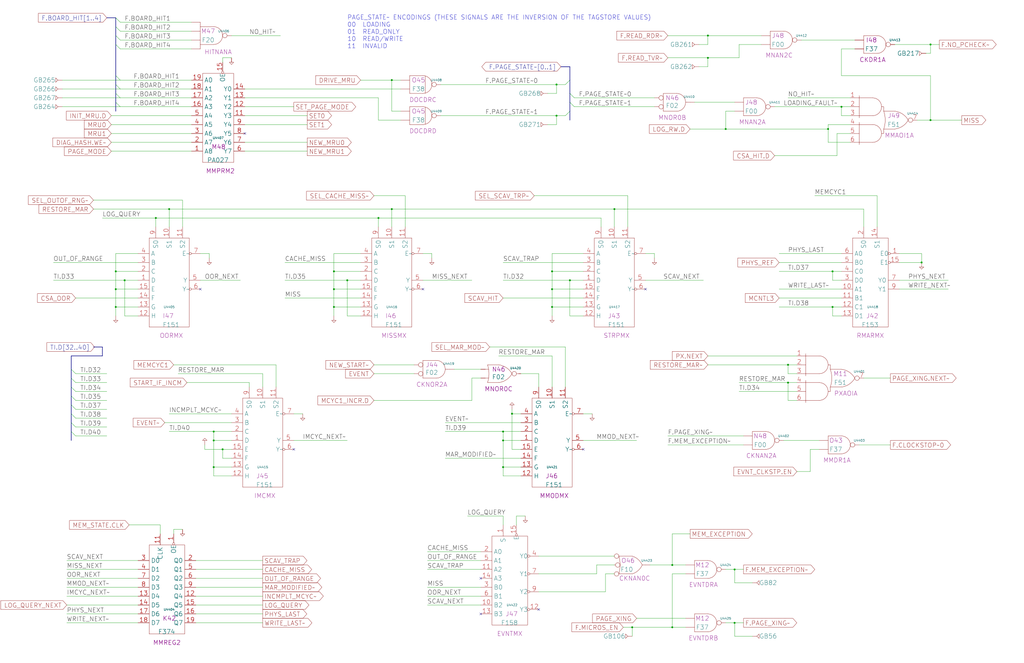
<source format=kicad_sch>
(kicad_sch (version 20221206) (generator eeschema)
  (paper "User" 584.2 378.46)
  (title_block (title "MEMORY WRITE MONITOR") (date "20-MAR-90") (rev "1.0") (comment 1 "FIU") (comment 2 "232-003065") (comment 3 "S400") (comment 4 "RELEASED"))
  (junction (at 314.96 175.26))
  (junction (at 360.68 358.14))
  (junction (at 383.54 322.58))
  (junction (at 474.98 154.94))
  (junction (at 314.96 154.94))
  (junction (at 530.86 68.58))
  (junction (at 121.92 246.38))
  (junction (at 190.5 154.94))
  (junction (at 121.92 266.7))
  (junction (at 314.96 165.1))
  (junction (at 317.5 66.04))
  (junction (at 66.04 175.26))
  (junction (at 474.98 175.26))
  (junction (at 419.1 325.12))
  (junction (at 287.02 251.46))
  (junction (at 403.86 20.32))
  (junction (at 96.52 119.38))
  (junction (at 88.9 124.46))
  (junction (at 223.52 119.38))
  (junction (at 190.5 165.1))
  (junction (at 472.44 73.66))
  (junction (at 287.02 266.7))
  (junction (at 530.86 25.4))
  (junction (at 449.58 218.44))
  (junction (at 223.52 45.72))
  (junction (at 325.12 160.02))
  (junction (at 480.06 60.96))
  (junction (at 198.12 160.02))
  (junction (at 66.04 154.94))
  (junction (at 403.86 33.02))
  (junction (at 215.9 124.46))
  (junction (at 121.92 251.46))
  (junction (at 525.78 149.86))
  (junction (at 66.04 165.1))
  (junction (at 317.5 48.26))
  (junction (at 419.1 355.6))
  (junction (at 414.02 73.66))
  (junction (at 292.1 236.22))
  (junction (at 449.58 208.28))
  (junction (at 383.54 358.14))
  (junction (at 287.02 246.38))
  (junction (at 71.12 160.02))
  (junction (at 127 256.54))
  (junction (at 350.52 119.38))
  (junction (at 190.5 175.26))
  (no_connect (at 114.3 165.1))
  (no_connect (at 274.32 350.52))
  (no_connect (at 332.74 256.54))
  (no_connect (at 307.34 347.98))
  (no_connect (at 368.3 165.1))
  (no_connect (at 274.32 330.2))
  (no_connect (at 241.3 165.1))
  (no_connect (at 139.7 76.2))
  (no_connect (at 167.64 256.54))
  (bus_entry (at 325.12 63.5) (size -2.54 2.54))
  (bus_entry (at 325.12 58.42) (size 2.54 2.54))
  (bus_entry (at 40.64 220.98) (size 2.54 2.54))
  (bus_entry (at 66.04 58.42) (size 2.54 2.54))
  (bus_entry (at 66.04 15.24) (size 2.54 2.54))
  (bus_entry (at 66.04 48.26) (size 2.54 2.54))
  (bus_entry (at 40.64 226.06) (size 2.54 2.54))
  (bus_entry (at 66.04 10.16) (size 2.54 2.54))
  (bus_entry (at 40.64 231.14) (size 2.54 2.54))
  (bus_entry (at 40.64 210.82) (size 2.54 2.54))
  (bus_entry (at 40.64 241.3) (size 2.54 2.54))
  (bus_entry (at 66.04 53.34) (size 2.54 2.54))
  (bus_entry (at 325.12 53.34) (size 2.54 2.54))
  (bus_entry (at 40.64 236.22) (size 2.54 2.54))
  (bus_entry (at 40.64 246.38) (size 2.54 2.54))
  (bus_entry (at 66.04 20.32) (size 2.54 2.54))
  (bus_entry (at 66.04 43.18) (size 2.54 2.54))
  (bus_entry (at 40.64 215.9) (size 2.54 2.54))
  (bus_entry (at 66.04 25.4) (size 2.54 2.54))
  (bus_entry (at 325.12 45.72) (size -2.54 2.54))
  (wire (pts (xy 142.24 220.98) (xy 142.24 218.44)))
  (wire (pts (xy 190.5 175.26) (xy 205.74 175.26)))
  (wire (pts (xy 383.54 327.66) (xy 383.54 358.14)))
  (wire (pts (xy 307.34 317.5) (xy 350.52 317.5)))
  (wire (pts (xy 414.02 63.5) (xy 414.02 73.66)))
  (wire (pts (xy 350.52 119.38) (xy 223.52 119.38)))
  (wire (pts (xy 231.14 129.54) (xy 231.14 111.76)))
  (wire (pts (xy 332.74 236.22) (xy 337.82 236.22)))
  (wire (pts (xy 287.02 246.38) (xy 297.18 246.38)))
  (wire (pts (xy 419.1 355.6) (xy 424.18 355.6)))
  (wire (pts (xy 350.52 327.66) (xy 345.44 327.66)))
  (wire (pts (xy 68.58 50.8) (xy 109.22 50.8)))
  (wire (pts (xy 492.76 129.54) (xy 492.76 119.38)))
  (wire (pts (xy 381 254) (xy 424.18 254)))
  (wire (pts (xy 474.98 175.26) (xy 480.06 175.26)))
  (wire (pts (xy 121.92 266.7) (xy 132.08 266.7)))
  (wire (pts (xy 462.28 256.54) (xy 462.28 269.24)))
  (wire (pts (xy 322.58 220.98) (xy 322.58 198.12)))
  (wire (pts (xy 190.5 165.1) (xy 205.74 165.1)))
  (wire (pts (xy 167.64 251.46) (xy 198.12 251.46)))
  (wire (pts (xy 530.86 68.58) (xy 548.64 68.58)))
  (wire (pts (xy 111.76 350.52) (xy 149.86 350.52)))
  (wire (pts (xy 162.56 160.02) (xy 198.12 160.02)))
  (wire (pts (xy 363.22 353.06) (xy 391.16 353.06)))
  (wire (pts (xy 513.08 160.02) (xy 541.02 160.02)))
  (wire (pts (xy 485.14 76.2) (xy 477.52 76.2)))
  (wire (pts (xy 480.06 160.02) (xy 474.98 160.02)))
  (bus (pts (xy 66.04 48.26) (xy 66.04 53.34)))
  (wire (pts (xy 414.02 325.12) (xy 419.1 325.12)))
  (wire (pts (xy 287.02 266.7) (xy 297.18 266.7)))
  (wire (pts (xy 127 261.62) (xy 127 256.54)))
  (wire (pts (xy 513.08 144.78) (xy 525.78 144.78)))
  (wire (pts (xy 358.14 111.76) (xy 304.8 111.76)))
  (wire (pts (xy 530.86 25.4) (xy 530.86 30.48)))
  (wire (pts (xy 510.54 25.4) (xy 530.86 25.4)))
  (wire (pts (xy 314.96 220.98) (xy 314.96 203.2)))
  (wire (pts (xy 449.58 228.6) (xy 449.58 218.44)))
  (wire (pts (xy 381 248.92) (xy 424.18 248.92)))
  (wire (pts (xy 104.14 114.3) (xy 53.34 114.3)))
  (wire (pts (xy 71.12 180.34) (xy 71.12 160.02)))
  (wire (pts (xy 35.56 45.72) (xy 68.58 45.72)))
  (wire (pts (xy 421.64 223.52) (xy 454.66 223.52)))
  (wire (pts (xy 525.78 144.78) (xy 525.78 149.86)))
  (wire (pts (xy 96.52 246.38) (xy 121.92 246.38)))
  (wire (pts (xy 314.96 154.94) (xy 314.96 165.1)))
  (wire (pts (xy 68.58 55.88) (xy 109.22 55.88)))
  (wire (pts (xy 294.64 294.64) (xy 299.72 294.64)))
  (wire (pts (xy 190.5 154.94) (xy 190.5 165.1)))
  (wire (pts (xy 444.5 149.86) (xy 480.06 149.86)))
  (wire (pts (xy 243.84 320.04) (xy 274.32 320.04)))
  (wire (pts (xy 530.86 68.58) (xy 530.86 43.18)))
  (wire (pts (xy 38.1 355.6) (xy 78.74 355.6)))
  (wire (pts (xy 121.92 251.46) (xy 121.92 246.38)))
  (wire (pts (xy 43.18 218.44) (xy 60.96 218.44)))
  (wire (pts (xy 35.56 55.88) (xy 68.58 55.88)))
  (wire (pts (xy 287.02 170.18) (xy 332.74 170.18)))
  (bus (pts (xy 40.64 241.3) (xy 40.64 246.38)))
  (wire (pts (xy 454.66 213.36) (xy 449.58 213.36)))
  (wire (pts (xy 66.04 154.94) (xy 78.74 154.94)))
  (wire (pts (xy 63.5 76.2) (xy 109.22 76.2)))
  (wire (pts (xy 360.68 358.14) (xy 360.68 363.22)))
  (wire (pts (xy 88.9 124.46) (xy 58.42 124.46)))
  (wire (pts (xy 419.1 325.12) (xy 424.18 325.12)))
  (wire (pts (xy 307.34 213.36) (xy 297.18 213.36)))
  (wire (pts (xy 162.56 149.86) (xy 205.74 149.86)))
  (wire (pts (xy 317.5 66.04) (xy 322.58 66.04)))
  (wire (pts (xy 198.12 160.02) (xy 205.74 160.02)))
  (wire (pts (xy 421.64 218.44) (xy 449.58 218.44)))
  (wire (pts (xy 373.38 147.32) (xy 373.38 144.78)))
  (bus (pts (xy 40.64 231.14) (xy 40.64 236.22)))
  (wire (pts (xy 167.64 236.22) (xy 172.72 236.22)))
  (wire (pts (xy 35.56 50.8) (xy 68.58 50.8)))
  (wire (pts (xy 139.7 71.12) (xy 175.26 71.12)))
  (bus (pts (xy 40.64 203.2) (xy 40.64 210.82)))
  (wire (pts (xy 104.14 302.26) (xy 99.06 302.26)))
  (wire (pts (xy 121.92 271.78) (xy 121.92 266.7)))
  (wire (pts (xy 297.18 271.78) (xy 287.02 271.78)))
  (wire (pts (xy 43.18 248.92) (xy 60.96 248.92)))
  (wire (pts (xy 444.5 154.94) (xy 474.98 154.94)))
  (wire (pts (xy 297.18 256.54) (xy 292.1 256.54)))
  (wire (pts (xy 205.74 45.72) (xy 223.52 45.72)))
  (wire (pts (xy 523.24 68.58) (xy 530.86 68.58)))
  (wire (pts (xy 414.02 73.66) (xy 393.7 73.66)))
  (wire (pts (xy 314.96 165.1) (xy 314.96 175.26)))
  (wire (pts (xy 274.32 215.9) (xy 269.24 215.9)))
  (wire (pts (xy 492.76 215.9) (xy 508 215.9)))
  (wire (pts (xy 391.16 327.66) (xy 383.54 327.66)))
  (wire (pts (xy 111.76 320.04) (xy 149.86 320.04)))
  (wire (pts (xy 314.96 203.2) (xy 284.48 203.2)))
  (wire (pts (xy 317.5 71.12) (xy 317.5 66.04)))
  (wire (pts (xy 38.1 350.52) (xy 78.74 350.52)))
  (wire (pts (xy 243.84 340.36) (xy 274.32 340.36)))
  (wire (pts (xy 345.44 337.82) (xy 307.34 337.82)))
  (wire (pts (xy 307.34 220.98) (xy 307.34 213.36)))
  (wire (pts (xy 500.38 129.54) (xy 500.38 111.76)))
  (wire (pts (xy 292.1 233.68) (xy 292.1 236.22)))
  (wire (pts (xy 205.74 180.34) (xy 198.12 180.34)))
  (wire (pts (xy 111.76 325.12) (xy 149.86 325.12)))
  (wire (pts (xy 449.58 55.88) (xy 485.14 55.88)))
  (wire (pts (xy 43.18 228.6) (xy 60.96 228.6)))
  (bus (pts (xy 40.64 226.06) (xy 40.64 231.14)))
  (wire (pts (xy 96.52 119.38) (xy 53.34 119.38)))
  (wire (pts (xy 429.26 332.74) (xy 419.1 332.74)))
  (wire (pts (xy 66.04 165.1) (xy 66.04 175.26)))
  (wire (pts (xy 213.36 213.36) (xy 236.22 213.36)))
  (bus (pts (xy 66.04 58.42) (xy 66.04 63.5)))
  (wire (pts (xy 68.58 12.7) (xy 109.22 12.7)))
  (wire (pts (xy 485.14 81.28) (xy 472.44 81.28)))
  (wire (pts (xy 480.06 180.34) (xy 474.98 180.34)))
  (wire (pts (xy 157.48 220.98) (xy 157.48 208.28)))
  (wire (pts (xy 68.58 45.72) (xy 109.22 45.72)))
  (wire (pts (xy 111.76 345.44) (xy 149.86 345.44)))
  (bus (pts (xy 40.64 210.82) (xy 40.64 215.9)))
  (wire (pts (xy 139.7 66.04) (xy 175.26 66.04)))
  (wire (pts (xy 332.74 144.78) (xy 314.96 144.78)))
  (wire (pts (xy 132.08 261.62) (xy 127 261.62)))
  (wire (pts (xy 38.1 325.12) (xy 78.74 325.12)))
  (wire (pts (xy 259.08 210.82) (xy 274.32 210.82)))
  (wire (pts (xy 403.86 208.28) (xy 449.58 208.28)))
  (wire (pts (xy 68.58 27.94) (xy 109.22 27.94)))
  (wire (pts (xy 314.96 144.78) (xy 314.96 154.94)))
  (wire (pts (xy 480.06 43.18) (xy 480.06 27.94)))
  (wire (pts (xy 317.5 53.34) (xy 317.5 48.26)))
  (wire (pts (xy 287.02 299.72) (xy 287.02 294.64)))
  (wire (pts (xy 190.5 165.1) (xy 190.5 175.26)))
  (bus (pts (xy 325.12 38.1) (xy 325.12 45.72)))
  (wire (pts (xy 78.74 180.34) (xy 71.12 180.34)))
  (wire (pts (xy 340.36 327.66) (xy 307.34 327.66)))
  (wire (pts (xy 121.92 251.46) (xy 132.08 251.46)))
  (wire (pts (xy 403.86 38.1) (xy 403.86 33.02)))
  (wire (pts (xy 190.5 175.26) (xy 190.5 180.34)))
  (wire (pts (xy 66.04 144.78) (xy 66.04 154.94)))
  (wire (pts (xy 314.96 175.26) (xy 332.74 175.26)))
  (wire (pts (xy 215.9 129.54) (xy 215.9 124.46)))
  (wire (pts (xy 111.76 355.6) (xy 149.86 355.6)))
  (wire (pts (xy 513.08 165.1) (xy 541.02 165.1)))
  (wire (pts (xy 43.18 170.18) (xy 78.74 170.18)))
  (wire (pts (xy 231.14 111.76) (xy 213.36 111.76)))
  (wire (pts (xy 477.52 88.9) (xy 441.96 88.9)))
  (wire (pts (xy 355.6 358.14) (xy 360.68 358.14)))
  (wire (pts (xy 287.02 251.46) (xy 297.18 251.46)))
  (wire (pts (xy 292.1 236.22) (xy 292.1 256.54)))
  (wire (pts (xy 317.5 48.26) (xy 322.58 48.26)))
  (wire (pts (xy 398.78 38.1) (xy 403.86 38.1)))
  (wire (pts (xy 419.1 363.22) (xy 419.1 355.6)))
  (bus (pts (xy 58.42 203.2) (xy 58.42 198.12)))
  (wire (pts (xy 246.38 144.78) (xy 246.38 147.32)))
  (wire (pts (xy 530.86 43.18) (xy 480.06 43.18)))
  (wire (pts (xy 485.14 71.12) (xy 472.44 71.12)))
  (wire (pts (xy 132.08 271.78) (xy 121.92 271.78)))
  (wire (pts (xy 63.5 71.12) (xy 109.22 71.12)))
  (wire (pts (xy 223.52 119.38) (xy 96.52 119.38)))
  (wire (pts (xy 457.2 22.86) (xy 487.68 22.86)))
  (wire (pts (xy 116.84 256.54) (xy 116.84 254)))
  (wire (pts (xy 190.5 144.78) (xy 190.5 154.94)))
  (wire (pts (xy 66.04 175.26) (xy 78.74 175.26)))
  (wire (pts (xy 332.74 251.46) (xy 363.22 251.46)))
  (wire (pts (xy 66.04 165.1) (xy 78.74 165.1)))
  (wire (pts (xy 383.54 304.8) (xy 383.54 322.58)))
  (wire (pts (xy 111.76 330.2) (xy 149.86 330.2)))
  (wire (pts (xy 444.5 165.1) (xy 480.06 165.1)))
  (wire (pts (xy 414.02 355.6) (xy 419.1 355.6)))
  (wire (pts (xy 121.92 246.38) (xy 132.08 246.38)))
  (wire (pts (xy 368.3 144.78) (xy 373.38 144.78)))
  (wire (pts (xy 38.1 320.04) (xy 78.74 320.04)))
  (wire (pts (xy 287.02 266.7) (xy 287.02 251.46)))
  (wire (pts (xy 449.58 218.44) (xy 454.66 218.44)))
  (wire (pts (xy 269.24 228.6) (xy 213.36 228.6)))
  (wire (pts (xy 43.18 238.76) (xy 60.96 238.76)))
  (wire (pts (xy 127 33.02) (xy 127 35.56)))
  (wire (pts (xy 190.5 154.94) (xy 205.74 154.94)))
  (bus (pts (xy 40.64 203.2) (xy 58.42 203.2)))
  (wire (pts (xy 162.56 170.18) (xy 205.74 170.18)))
  (wire (pts (xy 111.76 335.28) (xy 149.86 335.28)))
  (wire (pts (xy 66.04 175.26) (xy 66.04 180.34)))
  (wire (pts (xy 325.12 160.02) (xy 332.74 160.02)))
  (wire (pts (xy 215.9 124.46) (xy 342.9 124.46)))
  (wire (pts (xy 314.96 175.26) (xy 314.96 180.34)))
  (wire (pts (xy 241.3 160.02) (xy 269.24 160.02)))
  (bus (pts (xy 325.12 63.5) (xy 325.12 68.58)))
  (wire (pts (xy 68.58 60.96) (xy 109.22 60.96)))
  (wire (pts (xy 381 20.32) (xy 403.86 20.32)))
  (wire (pts (xy 96.52 129.54) (xy 96.52 119.38)))
  (wire (pts (xy 43.18 243.84) (xy 60.96 243.84)))
  (wire (pts (xy 403.86 203.2) (xy 454.66 203.2)))
  (bus (pts (xy 320.04 38.1) (xy 325.12 38.1)))
  (wire (pts (xy 370.84 322.58) (xy 383.54 322.58)))
  (wire (pts (xy 157.48 208.28) (xy 99.06 208.28)))
  (wire (pts (xy 528.32 30.48) (xy 530.86 30.48)))
  (wire (pts (xy 393.7 304.8) (xy 383.54 304.8)))
  (wire (pts (xy 472.44 71.12) (xy 472.44 73.66)))
  (wire (pts (xy 500.38 111.76) (xy 464.82 111.76)))
  (wire (pts (xy 43.18 223.52) (xy 60.96 223.52)))
  (wire (pts (xy 490.22 254) (xy 508 254)))
  (wire (pts (xy 38.1 330.2) (xy 78.74 330.2)))
  (wire (pts (xy 213.36 208.28) (xy 236.22 208.28)))
  (wire (pts (xy 269.24 215.9) (xy 269.24 228.6)))
  (wire (pts (xy 421.64 25.4) (xy 421.64 33.02)))
  (wire (pts (xy 342.9 129.54) (xy 342.9 124.46)))
  (wire (pts (xy 139.7 81.28) (xy 175.26 81.28)))
  (bus (pts (xy 66.04 10.16) (xy 66.04 15.24)))
  (wire (pts (xy 480.06 60.96) (xy 485.14 60.96)))
  (bus (pts (xy 66.04 43.18) (xy 66.04 48.26)))
  (wire (pts (xy 106.68 218.44) (xy 142.24 218.44)))
  (wire (pts (xy 38.1 335.28) (xy 78.74 335.28)))
  (wire (pts (xy 477.52 76.2) (xy 477.52 88.9)))
  (wire (pts (xy 228.6 68.58) (xy 215.9 68.58)))
  (wire (pts (xy 287.02 160.02) (xy 325.12 160.02)))
  (wire (pts (xy 101.6 213.36) (xy 149.86 213.36)))
  (wire (pts (xy 350.52 129.54) (xy 350.52 119.38)))
  (bus (pts (xy 66.04 25.4) (xy 66.04 43.18)))
  (wire (pts (xy 513.08 149.86) (xy 525.78 149.86)))
  (wire (pts (xy 472.44 73.66) (xy 414.02 73.66)))
  (wire (pts (xy 383.54 358.14) (xy 391.16 358.14)))
  (wire (pts (xy 205.74 144.78) (xy 190.5 144.78)))
  (wire (pts (xy 474.98 180.34) (xy 474.98 175.26)))
  (wire (pts (xy 241.3 144.78) (xy 246.38 144.78)))
  (bus (pts (xy 66.04 15.24) (xy 66.04 20.32)))
  (wire (pts (xy 30.48 160.02) (xy 71.12 160.02)))
  (wire (pts (xy 139.7 60.96) (xy 167.64 60.96)))
  (wire (pts (xy 340.36 322.58) (xy 340.36 327.66)))
  (wire (pts (xy 132.08 256.54) (xy 127 256.54)))
  (bus (pts (xy 40.64 215.9) (xy 40.64 220.98)))
  (wire (pts (xy 480.06 27.94) (xy 487.68 27.94)))
  (bus (pts (xy 40.64 236.22) (xy 40.64 241.3)))
  (wire (pts (xy 254 241.3) (xy 297.18 241.3)))
  (wire (pts (xy 462.28 269.24) (xy 454.66 269.24)))
  (wire (pts (xy 114.3 144.78) (xy 119.38 144.78)))
  (wire (pts (xy 215.9 68.58) (xy 215.9 55.88)))
  (wire (pts (xy 444.5 144.78) (xy 480.06 144.78)))
  (wire (pts (xy 447.04 251.46) (xy 467.36 251.46)))
  (wire (pts (xy 287.02 149.86) (xy 332.74 149.86)))
  (wire (pts (xy 43.18 233.68) (xy 60.96 233.68)))
  (wire (pts (xy 30.48 149.86) (xy 78.74 149.86)))
  (wire (pts (xy 314.96 165.1) (xy 332.74 165.1)))
  (wire (pts (xy 287.02 294.64) (xy 266.7 294.64)))
  (wire (pts (xy 63.5 66.04) (xy 109.22 66.04)))
  (bus (pts (xy 325.12 58.42) (xy 325.12 63.5)))
  (wire (pts (xy 68.58 22.86) (xy 109.22 22.86)))
  (wire (pts (xy 99.06 302.26) (xy 99.06 304.8)))
  (wire (pts (xy 474.98 160.02) (xy 474.98 154.94)))
  (wire (pts (xy 88.9 129.54) (xy 88.9 124.46)))
  (wire (pts (xy 91.44 304.8) (xy 91.44 299.72)))
  (wire (pts (xy 332.74 180.34) (xy 325.12 180.34)))
  (bus (pts (xy 40.64 220.98) (xy 40.64 226.06)))
  (wire (pts (xy 474.98 154.94) (xy 480.06 154.94)))
  (wire (pts (xy 91.44 299.72) (xy 73.66 299.72)))
  (wire (pts (xy 327.66 60.96) (xy 373.38 60.96)))
  (wire (pts (xy 251.46 66.04) (xy 317.5 66.04)))
  (wire (pts (xy 88.9 124.46) (xy 215.9 124.46)))
  (wire (pts (xy 119.38 144.78) (xy 119.38 147.32)))
  (wire (pts (xy 223.52 119.38) (xy 223.52 129.54)))
  (wire (pts (xy 96.52 236.22) (xy 132.08 236.22)))
  (wire (pts (xy 254 246.38) (xy 287.02 246.38)))
  (wire (pts (xy 383.54 322.58) (xy 391.16 322.58)))
  (bus (pts (xy 53.34 198.12) (xy 58.42 198.12)))
  (wire (pts (xy 287.02 251.46) (xy 287.02 246.38)))
  (wire (pts (xy 132.08 20.32) (xy 160.02 20.32)))
  (bus (pts (xy 40.64 246.38) (xy 40.64 251.46)))
  (wire (pts (xy 429.26 363.22) (xy 419.1 363.22)))
  (wire (pts (xy 63.5 86.36) (xy 109.22 86.36)))
  (wire (pts (xy 243.84 345.44) (xy 274.32 345.44)))
  (wire (pts (xy 441.96 60.96) (xy 480.06 60.96)))
  (wire (pts (xy 198.12 180.34) (xy 198.12 160.02)))
  (wire (pts (xy 139.7 50.8) (xy 228.6 50.8)))
  (wire (pts (xy 530.86 25.4) (xy 535.94 25.4)))
  (wire (pts (xy 63.5 81.28) (xy 109.22 81.28)))
  (wire (pts (xy 454.66 228.6) (xy 449.58 228.6)))
  (wire (pts (xy 43.18 213.36) (xy 60.96 213.36)))
  (bus (pts (xy 325.12 53.34) (xy 325.12 58.42)))
  (wire (pts (xy 312.42 53.34) (xy 317.5 53.34)))
  (wire (pts (xy 449.58 208.28) (xy 454.66 208.28)))
  (wire (pts (xy 139.7 86.36) (xy 175.26 86.36)))
  (wire (pts (xy 485.14 66.04) (xy 480.06 66.04)))
  (wire (pts (xy 243.84 335.28) (xy 274.32 335.28)))
  (wire (pts (xy 492.76 119.38) (xy 350.52 119.38)))
  (wire (pts (xy 66.04 154.94) (xy 66.04 165.1)))
  (wire (pts (xy 294.64 299.72) (xy 294.64 294.64)))
  (wire (pts (xy 114.3 160.02) (xy 137.16 160.02)))
  (wire (pts (xy 228.6 63.5) (xy 223.52 63.5)))
  (wire (pts (xy 472.44 81.28) (xy 472.44 73.66)))
  (wire (pts (xy 132.08 33.02) (xy 127 33.02)))
  (wire (pts (xy 345.44 327.66) (xy 345.44 337.82)))
  (wire (pts (xy 111.76 340.36) (xy 149.86 340.36)))
  (wire (pts (xy 38.1 340.36) (xy 78.74 340.36)))
  (wire (pts (xy 444.5 170.18) (xy 480.06 170.18)))
  (wire (pts (xy 68.58 17.78) (xy 109.22 17.78)))
  (wire (pts (xy 467.36 256.54) (xy 462.28 256.54)))
  (wire (pts (xy 292.1 236.22) (xy 297.18 236.22)))
  (wire (pts (xy 223.52 45.72) (xy 228.6 45.72)))
  (wire (pts (xy 403.86 33.02) (xy 421.64 33.02)))
  (wire (pts (xy 327.66 55.88) (xy 373.38 55.88)))
  (wire (pts (xy 243.84 325.12) (xy 274.32 325.12)))
  (bus (pts (xy 60.96 10.16) (xy 66.04 10.16)))
  (wire (pts (xy 480.06 66.04) (xy 480.06 60.96)))
  (wire (pts (xy 350.52 322.58) (xy 340.36 322.58)))
  (wire (pts (xy 149.86 220.98) (xy 149.86 213.36)))
  (wire (pts (xy 215.9 55.88) (xy 139.7 55.88)))
  (wire (pts (xy 325.12 180.34) (xy 325.12 160.02)))
  (wire (pts (xy 358.14 129.54) (xy 358.14 111.76)))
  (wire (pts (xy 398.78 25.4) (xy 403.86 25.4)))
  (wire (pts (xy 368.3 160.02) (xy 401.32 160.02)))
  (wire (pts (xy 251.46 48.26) (xy 317.5 48.26)))
  (wire (pts (xy 449.58 213.36) (xy 449.58 208.28)))
  (wire (pts (xy 419.1 332.74) (xy 419.1 325.12)))
  (wire (pts (xy 360.68 358.14) (xy 383.54 358.14)))
  (wire (pts (xy 403.86 25.4) (xy 403.86 20.32)))
  (wire (pts (xy 243.84 314.96) (xy 274.32 314.96)))
  (wire (pts (xy 104.14 129.54) (xy 104.14 114.3)))
  (bus (pts (xy 66.04 20.32) (xy 66.04 25.4)))
  (wire (pts (xy 419.1 63.5) (xy 414.02 63.5)))
  (wire (pts (xy 127 256.54) (xy 116.84 256.54)))
  (wire (pts (xy 287.02 271.78) (xy 287.02 266.7)))
  (wire (pts (xy 223.52 63.5) (xy 223.52 45.72)))
  (wire (pts (xy 403.86 20.32) (xy 434.34 20.32)))
  (wire (pts (xy 434.34 25.4) (xy 421.64 25.4)))
  (wire (pts (xy 121.92 266.7) (xy 121.92 251.46)))
  (wire (pts (xy 396.24 58.42) (xy 419.1 58.42)))
  (wire (pts (xy 35.56 60.96) (xy 68.58 60.96)))
  (wire (pts (xy 312.42 71.12) (xy 317.5 71.12)))
  (wire (pts (xy 254 261.62) (xy 297.18 261.62)))
  (wire (pts (xy 444.5 175.26) (xy 474.98 175.26)))
  (wire (pts (xy 93.98 241.3) (xy 132.08 241.3)))
  (bus (pts (xy 325.12 45.72) (xy 325.12 53.34)))
  (wire (pts (xy 314.96 154.94) (xy 332.74 154.94)))
  (wire (pts (xy 38.1 345.44) (xy 78.74 345.44)))
  (wire (pts (xy 322.58 198.12) (xy 279.4 198.12)))
  (wire (pts (xy 381 33.02) (xy 403.86 33.02)))
  (bus (pts (xy 66.04 53.34) (xy 66.04 58.42)))
  (wire (pts (xy 71.12 160.02) (xy 78.74 160.02)))
  (wire (pts (xy 78.74 144.78) (xy 66.04 144.78)))
  (text "PAGE_STATE~ ENCODINGS (THESE SIGNALS ARE THE INVERSION OF THE TAGSTORE VALUES)\n00  LOADING\n01  READ_ONLY\n10  READ/WRITE\n11  INVALID" (at 198.12 27.94 0) (effects (font (size 2.54 2.54)) (justify left bottom)))
  (label "TI.D32" (at 45.72 213.36 0) (effects (font (size 2.54 2.54))))
  (label "TI.D34" (at 45.72 223.52 0) (effects (font (size 2.54 2.54))))
  (label "IMCYC_NEXT~" (at 172.72 251.46 0) (effects (font (size 2.54 2.54))))
  (label "TI.D35" (at 45.72 228.6 0) (effects (font (size 2.54 2.54))))
  (label "MISS" (at 243.84 335.28 0) (effects (font (size 2.54 2.54))))
  (label "SCAV_NEXT" (at 38.1 320.04 0) (effects (font (size 2.54 2.54))))
  (label "SCAV_TRAP" (at 287.02 149.86 0) (effects (font (size 2.54 2.54))))
  (label "TI.D40" (at 96.52 246.38 0) (effects (font (size 2.54 2.54))))
  (label "MMOD_NEXT~" (at 340.36 251.46 0) (effects (font (size 2.54 2.54))))
  (label "TI.D33" (at 30.48 160.02 0) (effects (font (size 2.54 2.54))))
  (label "OOR_NEXT" (at 116.84 160.02 0) (effects (font (size 2.54 2.54))))
  (label "F.MEM_EXCEPTION~" (at 381 254 0) (effects (font (size 2.54 2.54))))
  (label "F.PAGE_STATE~1" (at 330.2 60.96 0) (effects (font (size 2.54 2.54))))
  (label "EVENT~" (at 254 241.3 0) (effects (font (size 2.54 2.54))))
  (label "F.BOARD_HIT3" (at 76.2 55.88 0) (effects (font (size 2.54 2.54))))
  (label "F.BOARD_HIT3" (at 71.12 22.86 0) (effects (font (size 2.54 2.54))))
  (label "TI.D38" (at 449.58 175.26 0) (effects (font (size 2.54 2.54))))
  (label "SCAV_TRAP" (at 243.84 325.12 0) (effects (font (size 2.54 2.54))))
  (label "TI.D35" (at 162.56 160.02 0) (effects (font (size 2.54 2.54))))
  (label "WRITE_NEXT~" (at 38.1 355.6 0) (effects (font (size 2.54 2.54))))
  (label "F.PAGE_STATE~0" (at 330.2 55.88 0) (effects (font (size 2.54 2.54))))
  (label "LOADING_FAULT~" (at 447.04 60.96 0) (effects (font (size 2.54 2.54))))
  (label "NO_HIT~" (at 142.24 20.32 0) (effects (font (size 2.54 2.54))))
  (label "OOR_NEXT" (at 38.1 330.2 0) (effects (font (size 2.54 2.54))))
  (label "MAR_MODIFIED~" (at 254 261.62 0) (effects (font (size 2.54 2.54))))
  (label "TI.D38" (at 45.72 238.76 0) (effects (font (size 2.54 2.54))))
  (label "SCAV_NEXT" (at 243.84 345.44 0) (effects (font (size 2.54 2.54))))
  (label "LOG_QUERY" (at 266.7 294.64 0) (effects (font (size 2.54 2.54))))
  (label "RESTORE_MAR" (at 101.6 213.36 0) (effects (font (size 2.54 2.54))))
  (label "F.BOARD_HIT1" (at 76.2 45.72 0) (effects (font (size 2.54 2.54))))
  (label "NO_HIT~" (at 449.58 55.88 0) (effects (font (size 2.54 2.54))))
  (label "OUT_OF_RANGE" (at 30.48 149.86 0) (effects (font (size 2.54 2.54))))
  (label "CACHE_MISS" (at 162.56 149.86 0) (effects (font (size 2.54 2.54))))
  (label "PHYS_LAST" (at 449.58 144.78 0) (effects (font (size 2.54 2.54))))
  (label "PHYS_NEXT" (at 518.16 160.02 0) (effects (font (size 2.54 2.54))))
  (label "MMOD_NEXT~" (at 38.1 335.28 0) (effects (font (size 2.54 2.54))))
  (label "OOR_NEXT" (at 243.84 340.36 0) (effects (font (size 2.54 2.54))))
  (label "INCMPLT_MCYC~" (at 96.52 236.22 0) (effects (font (size 2.54 2.54))))
  (label "MISS" (at 162.56 170.18 0) (effects (font (size 2.54 2.54))))
  (label "F.PAGE_STATE~1" (at 276.86 66.04 0) (effects (font (size 2.54 2.54))))
  (label "WRITE_NEXT~" (at 518.16 165.1 0) (effects (font (size 2.54 2.54))))
  (label "TI.D39" (at 45.72 243.84 0) (effects (font (size 2.54 2.54))))
  (label "MISS_NEXT" (at 38.1 325.12 0) (effects (font (size 2.54 2.54))))
  (label "TI.D33" (at 45.72 218.44 0) (effects (font (size 2.54 2.54))))
  (label "TI.D32" (at 287.02 160.02 0) (effects (font (size 2.54 2.54))))
  (label "F.BOARD_HIT4" (at 76.2 60.96 0) (effects (font (size 2.54 2.54))))
  (label "PHYS_NEXT" (at 38.1 350.52 0) (effects (font (size 2.54 2.54))))
  (label "RESTORE_MAR" (at 284.48 203.2 0) (effects (font (size 2.54 2.54))))
  (label "OUT_OF_RANGE" (at 243.84 320.04 0) (effects (font (size 2.54 2.54))))
  (label "CACHE_MISS" (at 243.84 314.96 0) (effects (font (size 2.54 2.54))))
  (label "LOG_QUERY" (at 58.42 124.46 0) (effects (font (size 2.54 2.54))))
  (label "F.BOARD_HIT2" (at 76.2 50.8 0) (effects (font (size 2.54 2.54))))
  (label "F.PAGE_STATE~0" (at 276.86 48.26 0) (effects (font (size 2.54 2.54))))
  (label "F.BOARD_HIT2" (at 71.12 17.78 0) (effects (font (size 2.54 2.54))))
  (label "F.BOARD_HIT1" (at 71.12 12.7 0) (effects (font (size 2.54 2.54))))
  (label "TI.D34" (at 421.64 223.52 0) (effects (font (size 2.54 2.54))))
  (label "RESTORE_MAR" (at 421.64 218.44 0) (effects (font (size 2.54 2.54))))
  (label "TI.D40" (at 45.72 248.92 0) (effects (font (size 2.54 2.54))))
  (label "TI.D39" (at 254 246.38 0) (effects (font (size 2.54 2.54))))
  (label "TI.D37" (at 45.72 233.68 0) (effects (font (size 2.54 2.54))))
  (label "F.BOARD_HIT4" (at 71.12 27.94 0) (effects (font (size 2.54 2.54))))
  (label "TI.D37" (at 449.58 154.94 0) (effects (font (size 2.54 2.54))))
  (label "F.PAGE_XING~" (at 381 248.92 0) (effects (font (size 2.54 2.54))))
  (label "MEMCYC1" (at 464.82 111.76 0) (effects (font (size 2.54 2.54))))
  (label "MISS_NEXT" (at 246.38 160.02 0) (effects (font (size 2.54 2.54))))
  (label "SCAV_NEXT" (at 378.46 160.02 0) (effects (font (size 2.54 2.54))))
  (label "WRITE_LAST~" (at 449.58 165.1 0) (effects (font (size 2.54 2.54))))
  (label "IMCYC_NEXT~" (at 38.1 340.36 0) (effects (font (size 2.54 2.54))))
  (global_label "WRITE_LAST~" (shape output) (at 149.86 355.6 0) (effects (font (size 2.54 2.54))) (property "Intersheetrefs" "${INTERSHEET_REFS}" (at 177.9089 355.4413 0) (effects (font (size 1.905 1.905)) (justify left))))
  (global_label "NEW_MRU0" (shape output) (at 175.26 81.28 0) (effects (font (size 2.54 2.54))) (property "Intersheetrefs" "${INTERSHEET_REFS}" (at 200.406 81.1213 0) (effects (font (size 1.905 1.905)) (justify left))))
  (global_label "SEL_OUTOF_RNG~" (shape input) (at 53.34 114.3 180) (effects (font (size 2.54 2.54))) (property "Intersheetrefs" "${INTERSHEET_REFS}" (at 16.2197 114.1413 0) (effects (font (size 1.905 1.905)) (justify right))))
  (global_label "PHYS_LAST" (shape output) (at 149.86 350.52 0) (effects (font (size 2.54 2.54))) (property "Intersheetrefs" "${INTERSHEET_REFS}" (at 175.006 350.3613 0) (effects (font (size 1.905 1.905)) (justify left))))
  (global_label "MISS" (shape output) (at 548.64 68.58 0) (effects (font (size 2.54 2.54))) (property "Intersheetrefs" "${INTERSHEET_REFS}" (at 562.4165 68.4213 0) (effects (font (size 1.905 1.905)) (justify left))))
  (global_label "F.MICROS_EN" (shape input) (at 355.6 358.14 180) (effects (font (size 2.54 2.54))) (property "Intersheetrefs" "${INTERSHEET_REFS}" (at 326.2207 357.9813 0) (effects (font (size 1.905 1.905)) (justify right))))
  (global_label "SET1" (shape output) (at 175.26 71.12 0) (effects (font (size 2.54 2.54))) (property "Intersheetrefs" "${INTERSHEET_REFS}" (at 189.1574 70.9613 0) (effects (font (size 1.905 1.905)) (justify left))))
  (global_label "SEL_SCAV_TRP~" (shape input) (at 304.8 111.76 180) (effects (font (size 2.54 2.54))) (property "Intersheetrefs" "${INTERSHEET_REFS}" (at 271.1873 111.6013 0) (effects (font (size 1.905 1.905)) (justify right))))
  (global_label "NEW_MRU1" (shape output) (at 175.26 86.36 0) (effects (font (size 2.54 2.54))) (property "Intersheetrefs" "${INTERSHEET_REFS}" (at 200.406 86.2013 0) (effects (font (size 1.905 1.905)) (justify left))))
  (global_label "INIT_MRU.D" (shape input) (at 63.5 66.04 180) (effects (font (size 2.54 2.54))) (property "Intersheetrefs" "${INTERSHEET_REFS}" (at 37.8702 65.8813 0) (effects (font (size 1.905 1.905)) (justify right))))
  (global_label "PHYS_REF" (shape input) (at 444.5 149.86 180) (effects (font (size 2.54 2.54))) (property "Intersheetrefs" "${INTERSHEET_REFS}" (at 420.9264 149.7013 0) (effects (font (size 1.905 1.905)) (justify right))))
  (global_label "INCMPLT_MCYC~" (shape output) (at 149.86 340.36 0) (effects (font (size 2.54 2.54))) (property "Intersheetrefs" "${INTERSHEET_REFS}" (at 184.4403 340.2013 0) (effects (font (size 1.905 1.905)) (justify left))))
  (global_label "MRU0" (shape input) (at 63.5 71.12 180) (effects (font (size 2.54 2.54))) (property "Intersheetrefs" "${INTERSHEET_REFS}" (at 48.1511 70.9613 0) (effects (font (size 1.905 1.905)) (justify right))))
  (global_label "F.PAGE_STATE~[0..1]" (shape bidirectional) (at 320.04 38.1 180) (effects (font (size 2.54 2.54))) (property "Intersheetrefs" "${INTERSHEET_REFS}" (at 277.114 37.9413 0) (effects (font (size 1.905 1.905)) (justify right))))
  (global_label "MAR_MODIFIED~" (shape output) (at 149.86 335.28 0) (effects (font (size 2.54 2.54))) (property "Intersheetrefs" "${INTERSHEET_REFS}" (at 183.5936 335.1213 0) (effects (font (size 1.905 1.905)) (justify left))))
  (global_label "F.READ_TVR~" (shape input) (at 381 33.02 180) (effects (font (size 2.54 2.54))) (property "Intersheetrefs" "${INTERSHEET_REFS}" (at 352.8302 32.8613 0) (effects (font (size 1.905 1.905)) (justify right))))
  (global_label "EVNT_CLKSTP.EN" (shape input) (at 454.66 269.24 180) (effects (font (size 2.54 2.54))) (property "Intersheetrefs" "${INTERSHEET_REFS}" (at 418.6283 269.0813 0) (effects (font (size 1.905 1.905)) (justify right))))
  (global_label "EVENT~" (shape input) (at 93.98 241.3 180) (effects (font (size 2.54 2.54))) (property "Intersheetrefs" "${INTERSHEET_REFS}" (at 75.9702 241.1413 0) (effects (font (size 1.905 1.905)) (justify right))))
  (global_label "MRU1" (shape input) (at 63.5 76.2 180) (effects (font (size 2.54 2.54))) (property "Intersheetrefs" "${INTERSHEET_REFS}" (at 48.1511 76.0413 0) (effects (font (size 1.905 1.905)) (justify right))))
  (global_label "SEL_MAR_MOD~" (shape input) (at 279.4 198.12 180) (effects (font (size 2.54 2.54))) (property "Intersheetrefs" "${INTERSHEET_REFS}" (at 246.3921 197.9613 0) (effects (font (size 1.905 1.905)) (justify right))))
  (global_label "MEM_STATE.CLK" (shape input) (at 73.66 299.72 180) (effects (font (size 2.54 2.54))) (property "Intersheetrefs" "${INTERSHEET_REFS}" (at 39.6845 299.5613 0) (effects (font (size 1.905 1.905)) (justify right))))
  (global_label "SET_PAGE_MODE" (shape output) (at 167.64 60.96 0) (effects (font (size 2.54 2.54))) (property "Intersheetrefs" "${INTERSHEET_REFS}" (at 202.946 60.8013 0) (effects (font (size 1.905 1.905)) (justify left))))
  (global_label "SCAV_TRAP" (shape output) (at 149.86 320.04 0) (effects (font (size 2.54 2.54))) (property "Intersheetrefs" "${INTERSHEET_REFS}" (at 175.127 319.8813 0) (effects (font (size 1.905 1.905)) (justify left))))
  (global_label "MEMCYC1" (shape input) (at 99.06 208.28 180) (effects (font (size 2.54 2.54))) (property "Intersheetrefs" "${INTERSHEET_REFS}" (at 76.454 208.1213 0) (effects (font (size 1.905 1.905)) (justify right))))
  (global_label "MEM_EXCEPTION" (shape output) (at 393.7 304.8 0) (effects (font (size 2.54 2.54))) (property "Intersheetrefs" "${INTERSHEET_REFS}" (at 429.127 304.6413 0) (effects (font (size 1.905 1.905)) (justify left))))
  (global_label "F.MEM_EXCEPTION~" (shape output) (at 424.18 325.12 0) (effects (font (size 2.54 2.54))) (property "Intersheetrefs" "${INTERSHEET_REFS}" (at 464.8079 324.9613 0) (effects (font (size 1.905 1.905)) (justify left))))
  (global_label "F.BOARD_HIT[1..4]" (shape input) (at 60.96 10.16 180) (effects (font (size 2.54 2.54))) (property "Intersheetrefs" "${INTERSHEET_REFS}" (at 21.9045 10.0013 0) (effects (font (size 1.905 1.905)) (justify right))))
  (global_label "DIAG_HASH.WE~" (shape input) (at 63.5 81.28 180) (effects (font (size 2.54 2.54))) (property "Intersheetrefs" "${INTERSHEET_REFS}" (at 30.1292 81.1213 0) (effects (font (size 1.905 1.905)) (justify right))))
  (global_label "MCNTL3" (shape input) (at 444.5 170.18 180) (effects (font (size 2.54 2.54))) (property "Intersheetrefs" "${INTERSHEET_REFS}" (at 425.1597 170.0213 0) (effects (font (size 1.905 1.905)) (justify right))))
  (global_label "TI.D[32..40]" (shape input) (at 53.9885 198.12 180) (effects (font (size 2.54 2.54))) (property "Intersheetrefs" "${INTERSHEET_REFS}" (at 26.7863 197.9613 0) (effects (font (size 1.905 1.905)) (justify right))))
  (global_label "F.CLOCKSTOP~0" (shape output) (at 508 254 0) (effects (font (size 2.54 2.54))) (property "Intersheetrefs" "${INTERSHEET_REFS}" (at 542.3384 253.8413 0) (effects (font (size 1.905 1.905)) (justify left))))
  (global_label "PAGE_MODE" (shape input) (at 63.5 86.36 180) (effects (font (size 2.54 2.54))) (property "Intersheetrefs" "${INTERSHEET_REFS}" (at 36.7816 86.2013 0) (effects (font (size 1.905 1.905)) (justify right))))
  (global_label "LOG_RW.D" (shape input) (at 393.7 73.66 180) (effects (font (size 2.54 2.54))) (property "Intersheetrefs" "${INTERSHEET_REFS}" (at 370.4892 73.5013 0) (effects (font (size 1.905 1.905)) (justify right))))
  (global_label "CSA_OOR" (shape input) (at 43.18 170.18 180) (effects (font (size 2.54 2.54))) (property "Intersheetrefs" "${INTERSHEET_REFS}" (at 21.4207 170.0213 0) (effects (font (size 1.905 1.905)) (justify right))))
  (global_label "F.NO_PCHECK~" (shape output) (at 535.94 25.4 0) (effects (font (size 2.54 2.54))) (property "Intersheetrefs" "${INTERSHEET_REFS}" (at 568.3431 25.2413 0) (effects (font (size 1.905 1.905)) (justify left))))
  (global_label "SET0" (shape output) (at 175.26 66.04 0) (effects (font (size 2.54 2.54))) (property "Intersheetrefs" "${INTERSHEET_REFS}" (at 189.1574 65.8813 0) (effects (font (size 1.905 1.905)) (justify left))))
  (global_label "MCYC1_INCR.D" (shape input) (at 213.36 228.6 180) (effects (font (size 2.54 2.54))) (property "Intersheetrefs" "${INTERSHEET_REFS}" (at 181.3197 228.4413 0) (effects (font (size 1.905 1.905)) (justify right))))
  (global_label "RESTORE_MAR" (shape input) (at 53.34 119.38 180) (effects (font (size 2.54 2.54))) (property "Intersheetrefs" "${INTERSHEET_REFS}" (at 22.2673 119.2213 0) (effects (font (size 1.905 1.905)) (justify right))))
  (global_label "EVENT" (shape input) (at 213.36 213.36 180) (effects (font (size 2.54 2.54))) (property "Intersheetrefs" "${INTERSHEET_REFS}" (at 197.1645 213.2013 0) (effects (font (size 1.905 1.905)) (justify right))))
  (global_label "START_IF_INCM" (shape input) (at 106.68 218.44 180) (effects (font (size 2.54 2.54))) (property "Intersheetrefs" "${INTERSHEET_REFS}" (at 74.2769 218.2813 0) (effects (font (size 1.905 1.905)) (justify right))))
  (global_label "CSA_HIT.D" (shape input) (at 441.96 88.9 180) (effects (font (size 2.54 2.54))) (property "Intersheetrefs" "${INTERSHEET_REFS}" (at 418.5073 88.7413 0) (effects (font (size 1.905 1.905)) (justify right))))
  (global_label "LOG_QUERY_NEXT" (shape input) (at 38.1 345.44 180) (effects (font (size 2.54 2.54))) (property "Intersheetrefs" "${INTERSHEET_REFS}" (at 0.4959 345.2813 0) (effects (font (size 1.905 1.905)) (justify right))))
  (global_label "OUT_OF_RANGE" (shape output) (at 149.86 330.2 0) (effects (font (size 2.54 2.54))) (property "Intersheetrefs" "${INTERSHEET_REFS}" (at 182.8679 330.0413 0) (effects (font (size 1.905 1.905)) (justify left))))
  (global_label "RESTORE_MAR~" (shape input) (at 403.86 208.28 180) (effects (font (size 2.54 2.54))) (property "Intersheetrefs" "${INTERSHEET_REFS}" (at 370.973 208.1213 0) (effects (font (size 1.905 1.905)) (justify right))))
  (global_label "NEW_START~" (shape input) (at 213.36 208.28 180) (effects (font (size 2.54 2.54))) (property "Intersheetrefs" "${INTERSHEET_REFS}" (at 185.9159 208.1213 0) (effects (font (size 1.905 1.905)) (justify right))))
  (global_label "LOG_QUERY" (shape output) (at 149.86 345.44 0) (effects (font (size 2.54 2.54))) (property "Intersheetrefs" "${INTERSHEET_REFS}" (at 176.2155 345.2813 0) (effects (font (size 1.905 1.905)) (justify left))))
  (global_label "SCAV_HIT" (shape input) (at 287.02 170.18 180) (effects (font (size 2.54 2.54))) (property "Intersheetrefs" "${INTERSHEET_REFS}" (at 265.1397 170.0213 0) (effects (font (size 1.905 1.905)) (justify right))))
  (global_label "F.PAGE_XING~" (shape output) (at 424.18 355.6 0) (effects (font (size 2.54 2.54))) (property "Intersheetrefs" "${INTERSHEET_REFS}" (at 454.527 355.4413 0) (effects (font (size 1.905 1.905)) (justify left))))
  (global_label "CACHE_MISS" (shape output) (at 149.86 325.12 0) (effects (font (size 2.54 2.54))) (property "Intersheetrefs" "${INTERSHEET_REFS}" (at 177.7879 324.9613 0) (effects (font (size 1.905 1.905)) (justify left))))
  (global_label "DRIVE_MRU" (shape input) (at 205.74 45.72 180) (effects (font (size 2.54 2.54))) (property "Intersheetrefs" "${INTERSHEET_REFS}" (at 180.1102 45.5613 0) (effects (font (size 1.905 1.905)) (justify right))))
  (global_label "F.READ_RDR~" (shape input) (at 381 20.32 180) (effects (font (size 2.54 2.54))) (property "Intersheetrefs" "${INTERSHEET_REFS}" (at 351.8626 20.1613 0) (effects (font (size 1.905 1.905)) (justify right))))
  (global_label "SEL_CACHE_MISS~" (shape input) (at 213.36 111.76 180) (effects (font (size 2.54 2.54))) (property "Intersheetrefs" "${INTERSHEET_REFS}" (at 174.9092 111.6013 0) (effects (font (size 1.905 1.905)) (justify right))))
  (global_label "PAGE_XING.NEXT~" (shape output) (at 508 215.9 0) (effects (font (size 2.54 2.54))) (property "Intersheetrefs" "${INTERSHEET_REFS}" (at 545.4831 215.7413 0) (effects (font (size 1.905 1.905)) (justify left))))
  (global_label "PAGE_XING" (shape input) (at 363.22 353.06 180) (effects (font (size 2.54 2.54))) (property "Intersheetrefs" "${INTERSHEET_REFS}" (at 338.074 352.9013 0) (effects (font (size 1.905 1.905)) (justify right))))
  (global_label "PX.NEXT" (shape input) (at 403.86 203.2 180) (effects (font (size 2.54 2.54))) (property "Intersheetrefs" "${INTERSHEET_REFS}" (at 383.5521 203.0413 0) (effects (font (size 1.905 1.905)) (justify right))))
  (symbol (lib_id "r1000:F10") (at 355.6 320.04 0) (unit 1) (convert 2)
    (property "Reference" "U4423" (at 368.935 320.04 0))
    (property "Value" "F10" (at 361.315 325.12 0) (effects (font (size 2.54 2.54)) (justify right)))
    (property "Location" "O46" (at 354.33 320.04 0) (effects (font (size 2.54 2.54)) (justify left)))
    (property "Name" "CKNAN0C" (at 353.06 330.2 0) (effects (font (size 2.54 2.54)) (justify left)))
  )
  (symbol (lib_id "r1000:F38") (at 236.22 66.04 0) (unit 1)
    (property "Reference" "U4409" (at 248.92 63.5 0))
    (property "Value" "F38" (at 238.76 68.58 0) (effects (font (size 2.54 2.54))))
    (property "Location" "O45" (at 238.76 63.5 0) (effects (font (size 2.54 2.54))))
    (property "Name" "DOCDRD" (at 241.3 76.2 0) (effects (font (size 2.54 2.54)) (justify bottom)))
  )
  (symbol (lib_id "r1000:F151") (at 312.42 271.78 0) (unit 1)
    (property "Reference" "U4421" (at 314.96 266.7 0))
    (property "Value" "F151" (at 311.15 276.86 0) (effects (font (size 2.54 2.54)) (justify left)))
    (property "Location" "J46" (at 311.15 271.78 0) (effects (font (size 2.54 2.54)) (justify left)))
    (property "Name" "MMODMX" (at 316.23 284.48 0) (effects (font (size 2.54 2.54)) (justify bottom)))
  )
  (symbol (lib_id "r1000:GB") (at 35.56 55.88 0) (mirror y) (unit 1)
    (property "Reference" "GB267" (at 31.75 55.88 0) (effects (font (size 2.54 2.54)) (justify left)))
    (property "Value" "GB" (effects hide))
  )
  (symbol (lib_id "r1000:F20") (at 119.38 20.32 0) (unit 1)
    (property "Reference" "U4406" (at 127.635 17.78 0))
    (property "Value" "F20" (at 118.745 22.86 0) (effects (font (size 2.54 2.54))))
    (property "Location" "M47" (at 118.745 17.78 0) (effects (font (size 2.54 2.54))))
    (property "Name" "HITNANA" (at 124.46 31.115 0) (effects (font (size 2.54 2.54)) (justify bottom)))
  )
  (symbol (lib_id "r1000:GB") (at 312.42 71.12 0) (mirror y) (unit 1)
    (property "Reference" "GB271" (at 308.61 71.12 0) (effects (font (size 2.54 2.54)) (justify left)))
    (property "Value" "GB" (effects hide))
  )
  (symbol (lib_id "r1000:PU") (at 116.84 254 0) (unit 1)
    (property "Reference" "#PWR04403" (effects hide))
    (property "Value" "PU" (effects hide))
  )
  (symbol (lib_id "r1000:PD") (at 104.14 302.26 0) (unit 1) (in_bom no)
    (property "Reference" "#PWR0208" (effects hide))
    (property "Value" "PD" (effects hide))
  )
  (symbol (lib_id "r1000:GB") (at 312.42 53.34 0) (mirror y) (unit 1)
    (property "Reference" "GB268" (at 308.61 53.34 0) (effects (font (size 2.54 2.54)) (justify left)))
    (property "Value" "GB" (effects hide))
  )
  (symbol (lib_id "r1000:F37") (at 474.98 251.46 0) (unit 1)
    (property "Reference" "U4403" (at 490.22 251.46 0))
    (property "Value" "F37" (at 476.885 256.54 0) (effects (font (size 2.54 2.54))))
    (property "Location" "O43" (at 476.885 251.46 0) (effects (font (size 2.54 2.54))))
    (property "Name" "MMDR1A" (at 477.52 264.16 0) (effects (font (size 2.54 2.54)) (justify bottom)))
  )
  (symbol (lib_id "r1000:F00") (at 426.72 58.42 0) (unit 1)
    (property "Reference" "U4411" (at 441.96 58.42 0))
    (property "Value" "F00" (at 428.625 63.5 0) (effects (font (size 2.54 2.54))))
    (property "Location" "J48" (at 428.625 58.42 0) (effects (font (size 2.54 2.54))))
    (property "Name" "MNAN2A" (at 429.26 71.12 0) (effects (font (size 2.54 2.54)) (justify bottom)))
  )
  (symbol (lib_id "r1000:PD") (at 525.78 149.86 0) (unit 1) (in_bom no)
    (property "Reference" "#PWR04409" (effects hide))
    (property "Value" "PD" (effects hide))
  )
  (symbol (lib_id "r1000:GB") (at 35.56 60.96 0) (mirror y) (unit 1)
    (property "Reference" "GB264" (at 31.75 60.96 0) (effects (font (size 2.54 2.54)) (justify left)))
    (property "Value" "GB" (effects hide))
  )
  (symbol (lib_id "r1000:PD") (at 246.38 147.32 0) (unit 1) (in_bom no)
    (property "Reference" "#PWR04406" (effects hide))
    (property "Value" "PD" (effects hide))
  )
  (symbol (lib_id "r1000:F151") (at 93.98 180.34 0) (unit 1)
    (property "Reference" "U4405" (at 96.52 175.26 0))
    (property "Value" "F151" (at 92.71 185.42 0) (effects (font (size 2.54 2.54)) (justify left)))
    (property "Location" "I47" (at 92.71 180.34 0) (effects (font (size 2.54 2.54)) (justify left)))
    (property "Name" "OORMX" (at 97.79 193.04 0) (effects (font (size 2.54 2.54)) (justify bottom)))
  )
  (symbol (lib_id "r1000:GB") (at 35.56 45.72 0) (mirror y) (unit 1)
    (property "Reference" "GB265" (at 31.75 45.72 0) (effects (font (size 2.54 2.54)) (justify left)))
    (property "Value" "GB" (effects hide))
  )
  (symbol (lib_id "r1000:PD") (at 314.96 180.34 0) (unit 1) (in_bom no)
    (property "Reference" "#PWR04407" (effects hide))
    (property "Value" "PD" (effects hide))
  )
  (symbol (lib_id "r1000:F153") (at 495.3 180.34 0) (unit 1)
    (property "Reference" "U4418" (at 497.84 175.26 0))
    (property "Value" "F153" (at 491.49 185.42 0) (effects (font (size 2.54 2.54)) (justify left)))
    (property "Location" "J42" (at 494.03 180.34 0) (effects (font (size 2.54 2.54)) (justify left)))
    (property "Name" "RMARMX" (at 496.57 193.04 0) (effects (font (size 2.54 2.54)) (justify bottom)))
  )
  (symbol (lib_id "r1000:GB") (at 360.68 363.22 0) (mirror y) (unit 1)
    (property "Reference" "GB106" (at 356.87 363.22 0) (effects (font (size 2.54 2.54)) (justify left)))
    (property "Value" "GB" (effects hide))
  )
  (symbol (lib_id "r1000:F00") (at 441.96 20.32 0) (unit 1)
    (property "Reference" "U4412" (at 457.2 20.32 0))
    (property "Value" "F00" (at 443.865 25.4 0) (effects (font (size 2.54 2.54))))
    (property "Location" "J48" (at 443.865 20.32 0) (effects (font (size 2.54 2.54))))
    (property "Name" "MNAN2C" (at 444.5 33.02 0) (effects (font (size 2.54 2.54)) (justify bottom)))
  )
  (symbol (lib_id "r1000:GB") (at 429.26 332.74 0) (unit 1)
    (property "Reference" "GB82" (at 433.07 332.74 0) (effects (font (size 2.54 2.54)) (justify left)))
    (property "Value" "GB" (effects hide))
  )
  (symbol (lib_id "r1000:PD") (at 66.04 180.34 0) (unit 1) (in_bom no)
    (property "Reference" "#PWR04401" (effects hide))
    (property "Value" "PD" (effects hide))
  )
  (symbol (lib_id "r1000:F374") (at 93.98 353.06 0) (unit 1)
    (property "Reference" "U4404" (at 96.52 347.98 0))
    (property "Value" "F374" (at 90.17 360.68 0) (effects (font (size 2.54 2.54)) (justify left)))
    (property "Location" "K42" (at 92.71 353.06 0) (effects (font (size 2.54 2.54)) (justify left)))
    (property "Name" "MMREG2" (at 95.25 368.3 0) (effects (font (size 2.54 2.54)) (justify bottom)))
  )
  (symbol (lib_id "r1000:F37") (at 398.78 322.58 0) (unit 1)
    (property "Reference" "U4424" (at 414.02 322.58 0))
    (property "Value" "F37" (at 400.685 327.66 0) (effects (font (size 2.54 2.54))))
    (property "Location" "M12" (at 400.685 322.58 0) (effects (font (size 2.54 2.54))))
    (property "Name" "EVNTDRA" (at 401.32 335.28 0) (effects (font (size 2.54 2.54)) (justify bottom)))
  )
  (symbol (lib_id "r1000:GB") (at 398.78 25.4 0) (mirror y) (unit 1)
    (property "Reference" "GB261" (at 394.97 25.4 0) (effects (font (size 2.54 2.54)) (justify left)))
    (property "Value" "GB" (effects hide))
  )
  (symbol (lib_id "r1000:GB") (at 35.56 50.8 0) (mirror y) (unit 1)
    (property "Reference" "GB266" (at 31.75 50.8 0) (effects (font (size 2.54 2.54)) (justify left)))
    (property "Value" "GB" (effects hide))
  )
  (symbol (lib_id "r1000:PU") (at 292.1 233.68 0) (unit 1)
    (property "Reference" "#PWR04410" (effects hide))
    (property "Value" "PU" (effects hide))
  )
  (symbol (lib_id "r1000:F02") (at 381 55.88 0) (unit 1) (convert 2)
    (property "Reference" "U4410" (at 393.16 55.245 0))
    (property "Value" "F02" (at 379.73 60.325 0) (effects (font (size 2.54 2.54)) (justify left)))
    (property "Location" "N46" (at 383.54 55.88 0) (effects (font (size 2.54 2.54))))
    (property "Name" "MNOR0B" (at 383.54 68.58 0) (effects (font (size 2.54 2.54)) (justify bottom)))
  )
  (symbol (lib_id "r1000:GB") (at 528.32 30.48 0) (mirror y) (unit 1)
    (property "Reference" "GB217" (at 524.51 30.48 0) (effects (font (size 2.54 2.54)) (justify left)))
    (property "Value" "GB" (effects hide))
  )
  (symbol (lib_id "r1000:F02") (at 281.94 210.82 0) (unit 1)
    (property "Reference" "U4420" (at 294.1 210.185 0))
    (property "Value" "F02" (at 280.67 215.265 0) (effects (font (size 2.54 2.54)) (justify left)))
    (property "Location" "N46" (at 284.48 210.82 0) (effects (font (size 2.54 2.54))))
    (property "Name" "MNOR0C" (at 284.48 223.52 0) (effects (font (size 2.54 2.54)) (justify bottom)))
  )
  (symbol (lib_id "r1000:F38") (at 236.22 48.26 0) (unit 1)
    (property "Reference" "U4408" (at 248.92 45.72 0))
    (property "Value" "F38" (at 238.76 50.8 0) (effects (font (size 2.54 2.54))))
    (property "Location" "O45" (at 238.76 45.72 0) (effects (font (size 2.54 2.54))))
    (property "Name" "DOCDRC" (at 241.3 58.42 0) (effects (font (size 2.54 2.54)) (justify bottom)))
  )
  (symbol (lib_id "r1000:F51") (at 508 66.04 0) (unit 1)
    (property "Reference" "U4414" (at 520.7 64.77 0))
    (property "Value" "F51" (at 509.905 71.12 0) (effects (font (size 2.54 2.54))))
    (property "Location" "J49" (at 509.905 66.04 0) (effects (font (size 2.54 2.54))))
    (property "Name" "MMAOI1A" (at 513.08 78.74 0) (effects (font (size 2.54 2.54)) (justify bottom)))
  )
  (symbol (lib_id "r1000:PD") (at 119.38 147.32 0) (unit 1) (in_bom no)
    (property "Reference" "#PWR04402" (effects hide))
    (property "Value" "PD" (effects hide))
  )
  (symbol (lib_id "r1000:F02") (at 243.84 208.28 0) (unit 1) (convert 2)
    (property "Reference" "U4419" (at 256 207.645 0))
    (property "Value" "F02" (at 242.57 212.725 0) (effects (font (size 2.54 2.54)) (justify left)))
    (property "Location" "J44" (at 246.38 208.28 0) (effects (font (size 2.54 2.54))))
    (property "Name" "CKNOR2A" (at 246.38 220.98 0) (effects (font (size 2.54 2.54)) (justify bottom)))
  )
  (symbol (lib_id "r1000:GB") (at 429.26 363.22 0) (unit 1)
    (property "Reference" "GB56" (at 433.07 363.22 0) (effects (font (size 2.54 2.54)) (justify left)))
    (property "Value" "GB" (effects hide))
  )
  (symbol (lib_id "r1000:F151") (at 220.98 180.34 0) (unit 1)
    (property "Reference" "U4416" (at 223.52 175.26 0))
    (property "Value" "F151" (at 219.71 185.42 0) (effects (font (size 2.54 2.54)) (justify left)))
    (property "Location" "I46" (at 219.71 180.34 0) (effects (font (size 2.54 2.54)) (justify left)))
    (property "Name" "MISSMX" (at 224.79 193.04 0) (effects (font (size 2.54 2.54)) (justify bottom)))
  )
  (symbol (lib_id "r1000:F151") (at 147.32 271.78 0) (unit 1)
    (property "Reference" "U4415" (at 149.86 266.7 0))
    (property "Value" "F151" (at 146.05 276.86 0) (effects (font (size 2.54 2.54)) (justify left)))
    (property "Location" "J45" (at 146.05 271.78 0) (effects (font (size 2.54 2.54)) (justify left)))
    (property "Name" "IMCMX" (at 151.13 284.48 0) (effects (font (size 2.54 2.54)) (justify bottom)))
  )
  (symbol (lib_id "r1000:PD") (at 172.72 236.22 0) (unit 1) (in_bom no)
    (property "Reference" "#PWR04404" (effects hide))
    (property "Value" "PD" (effects hide))
  )
  (symbol (lib_id "r1000:F158") (at 289.56 350.52 0) (unit 1)
    (property "Reference" "U4422" (at 292.1 345.44 0))
    (property "Value" "F158" (at 285.75 355.6 0) (effects (font (size 2.54 2.54)) (justify left)))
    (property "Location" "J47" (at 288.29 350.52 0) (effects (font (size 2.54 2.54)) (justify left)))
    (property "Name" "EVNTMX" (at 290.83 363.22 0) (effects (font (size 2.54 2.54)) (justify bottom)))
  )
  (symbol (lib_id "r1000:PAxxx") (at 121.92 83.82 0) (unit 1)
    (property "Reference" "U4407" (at 124.46 78.74 0))
    (property "Value" "PA027" (at 118.11 91.44 0) (effects (font (size 2.54 2.54)) (justify left)))
    (property "Location" "M48" (at 120.65 83.82 0) (effects (font (size 2.54 2.54)) (justify left)))
    (property "Name" "MMPRM2" (at 125.73 99.06 0) (effects (font (size 2.54 2.54)) (justify bottom)))
  )
  (symbol (lib_id "r1000:PD") (at 337.82 236.22 0) (unit 1) (in_bom no)
    (property "Reference" "#PWR04411" (effects hide))
    (property "Value" "PD" (effects hide))
  )
  (symbol (lib_id "r1000:F37") (at 495.3 22.86 0) (unit 1)
    (property "Reference" "U4413" (at 510.54 22.86 0))
    (property "Value" "F37" (at 497.205 27.94 0) (effects (font (size 2.54 2.54))))
    (property "Location" "I48" (at 497.205 22.86 0) (effects (font (size 2.54 2.54))))
    (property "Name" "CKDR1A" (at 497.84 35.56 0) (effects (font (size 2.54 2.54)) (justify bottom)))
  )
  (symbol (lib_id "r1000:F51") (at 477.52 213.36 0) (unit 1)
    (property "Reference" "U4401" (at 490.22 212.09 0))
    (property "Value" "F51" (at 479.425 218.44 0) (effects (font (size 2.54 2.54))))
    (property "Location" "M11" (at 479.425 213.36 0) (effects (font (size 2.54 2.54))))
    (property "Name" "PXAOIA" (at 482.6 226.06 0) (effects (font (size 2.54 2.54)) (justify bottom)))
  )
  (symbol (lib_id "r1000:F37") (at 398.78 353.06 0) (unit 1)
    (property "Reference" "U4425" (at 414.02 353.06 0))
    (property "Value" "F37" (at 400.685 358.14 0) (effects (font (size 2.54 2.54))))
    (property "Location" "M12" (at 400.685 353.06 0) (effects (font (size 2.54 2.54))))
    (property "Name" "EVNTDRB" (at 401.32 365.76 0) (effects (font (size 2.54 2.54)) (justify bottom)))
  )
  (symbol (lib_id "r1000:PD") (at 132.08 33.02 0) (unit 1) (in_bom no)
    (property "Reference" "#PWR0209" (effects hide))
    (property "Value" "PD" (effects hide))
  )
  (symbol (lib_id "r1000:PD") (at 299.72 294.64 0) (unit 1) (in_bom no)
    (property "Reference" "#PWR04412" (effects hide))
    (property "Value" "PD" (effects hide))
  )
  (symbol (lib_id "r1000:PD") (at 190.5 180.34 0) (unit 1) (in_bom no)
    (property "Reference" "#PWR04405" (effects hide))
    (property "Value" "PD" (effects hide))
  )
  (symbol (lib_id "r1000:GB") (at 398.78 38.1 0) (mirror y) (unit 1)
    (property "Reference" "GB262" (at 394.97 38.1 0) (effects (font (size 2.54 2.54)) (justify left)))
    (property "Value" "GB" (effects hide))
  )
  (symbol (lib_id "r1000:F00") (at 431.8 248.92 0) (unit 1)
    (property "Reference" "U4402" (at 447.04 248.92 0))
    (property "Value" "F00" (at 433.705 254 0) (effects (font (size 2.54 2.54))))
    (property "Location" "N48" (at 433.705 248.92 0) (effects (font (size 2.54 2.54))))
    (property "Name" "CKNAN2A" (at 434.34 261.62 0) (effects (font (size 2.54 2.54)) (justify bottom)))
  )
  (symbol (lib_id "r1000:F151") (at 347.98 180.34 0) (unit 1)
    (property "Reference" "U4417" (at 350.52 175.26 0))
    (property "Value" "F151" (at 346.71 185.42 0) (effects (font (size 2.54 2.54)) (justify left)))
    (property "Location" "J43" (at 346.71 180.34 0) (effects (font (size 2.54 2.54)) (justify left)))
    (property "Name" "STRPMX" (at 351.79 193.04 0) (effects (font (size 2.54 2.54)) (justify bottom)))
  )
  (symbol (lib_id "r1000:PD") (at 373.38 147.32 0) (unit 1) (in_bom no)
    (property "Reference" "#PWR04408" (effects hide))
    (property "Value" "PD" (effects hide))
  )
)
</source>
